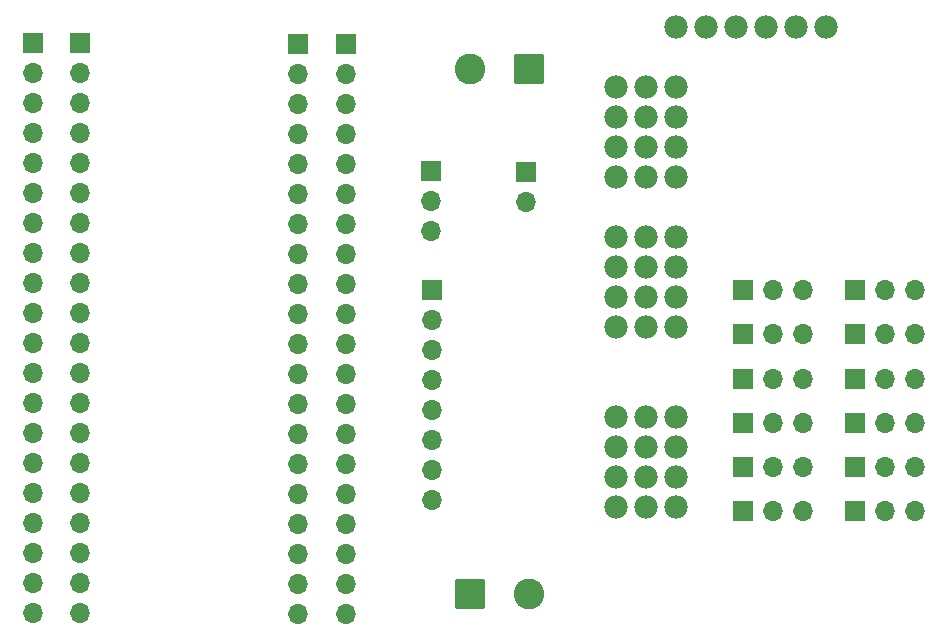
<source format=gbr>
%TF.GenerationSoftware,KiCad,Pcbnew,9.0.0*%
%TF.CreationDate,2025-03-26T16:24:43-04:00*%
%TF.ProjectId,spotmicro18_5mm,73706f74-6d69-4637-926f-31385f356d6d,rev?*%
%TF.SameCoordinates,Original*%
%TF.FileFunction,Soldermask,Top*%
%TF.FilePolarity,Negative*%
%FSLAX46Y46*%
G04 Gerber Fmt 4.6, Leading zero omitted, Abs format (unit mm)*
G04 Created by KiCad (PCBNEW 9.0.0) date 2025-03-26 16:24:43*
%MOMM*%
%LPD*%
G01*
G04 APERTURE LIST*
G04 Aperture macros list*
%AMRoundRect*
0 Rectangle with rounded corners*
0 $1 Rounding radius*
0 $2 $3 $4 $5 $6 $7 $8 $9 X,Y pos of 4 corners*
0 Add a 4 corners polygon primitive as box body*
4,1,4,$2,$3,$4,$5,$6,$7,$8,$9,$2,$3,0*
0 Add four circle primitives for the rounded corners*
1,1,$1+$1,$2,$3*
1,1,$1+$1,$4,$5*
1,1,$1+$1,$6,$7*
1,1,$1+$1,$8,$9*
0 Add four rect primitives between the rounded corners*
20,1,$1+$1,$2,$3,$4,$5,0*
20,1,$1+$1,$4,$5,$6,$7,0*
20,1,$1+$1,$6,$7,$8,$9,0*
20,1,$1+$1,$8,$9,$2,$3,0*%
G04 Aperture macros list end*
%ADD10R,1.700000X1.700000*%
%ADD11O,1.700000X1.700000*%
%ADD12RoundRect,0.250000X1.050000X1.050000X-1.050000X1.050000X-1.050000X-1.050000X1.050000X-1.050000X0*%
%ADD13C,2.600000*%
%ADD14RoundRect,0.250000X-1.050000X-1.050000X1.050000X-1.050000X1.050000X1.050000X-1.050000X1.050000X0*%
%ADD15C,1.982000*%
G04 APERTURE END LIST*
D10*
%TO.C,J9*%
X146170000Y-88000000D03*
D11*
X148710000Y-88000000D03*
X151250000Y-88000000D03*
%TD*%
D10*
%TO.C,J14*%
X90000000Y-63360000D03*
D11*
X90000000Y-65900000D03*
X90000000Y-68440000D03*
X90000000Y-70980000D03*
X90000000Y-73520000D03*
X90000000Y-76060000D03*
X90000000Y-78600000D03*
X90000000Y-81140000D03*
X90000000Y-83680000D03*
X90000000Y-86220000D03*
X90000000Y-88760000D03*
X90000000Y-91300000D03*
X90000000Y-93840000D03*
X90000000Y-96380000D03*
X90000000Y-98920000D03*
X90000000Y-101460000D03*
X90000000Y-104000000D03*
X90000000Y-106540000D03*
X90000000Y-109080000D03*
X90000000Y-111620000D03*
%TD*%
D10*
%TO.C,J6*%
X155670000Y-99250000D03*
D11*
X158210000Y-99250000D03*
X160750000Y-99250000D03*
%TD*%
D10*
%TO.C,J18*%
X127750000Y-74250000D03*
D11*
X127750000Y-76790000D03*
%TD*%
D12*
%TO.C,J21*%
X127993453Y-65577500D03*
D13*
X122993453Y-65577500D03*
%TD*%
D10*
%TO.C,J4*%
X155670000Y-91750000D03*
D11*
X158210000Y-91750000D03*
X160750000Y-91750000D03*
%TD*%
D10*
%TO.C,J17*%
X112500000Y-63400000D03*
D11*
X112500000Y-65940000D03*
X112500000Y-68480000D03*
X112500000Y-71020000D03*
X112500000Y-73560000D03*
X112500000Y-76100000D03*
X112500000Y-78640000D03*
X112500000Y-81180000D03*
X112500000Y-83720000D03*
X112500000Y-86260000D03*
X112500000Y-88800000D03*
X112500000Y-91340000D03*
X112500000Y-93880000D03*
X112500000Y-96420000D03*
X112500000Y-98960000D03*
X112500000Y-101500000D03*
X112500000Y-104040000D03*
X112500000Y-106580000D03*
X112500000Y-109120000D03*
X112500000Y-111660000D03*
%TD*%
D10*
%TO.C,J13*%
X146170000Y-103000000D03*
D11*
X148710000Y-103000000D03*
X151250000Y-103000000D03*
%TD*%
D10*
%TO.C,J3*%
X155670000Y-88000000D03*
D11*
X158210000Y-88000000D03*
X160750000Y-88000000D03*
%TD*%
D10*
%TO.C,J15*%
X108500000Y-63400000D03*
D11*
X108500000Y-65940000D03*
X108500000Y-68480000D03*
X108500000Y-71020000D03*
X108500000Y-73560000D03*
X108500000Y-76100000D03*
X108500000Y-78640000D03*
X108500000Y-81180000D03*
X108500000Y-83720000D03*
X108500000Y-86260000D03*
X108500000Y-88800000D03*
X108500000Y-91340000D03*
X108500000Y-93880000D03*
X108500000Y-96420000D03*
X108500000Y-98960000D03*
X108500000Y-101500000D03*
X108500000Y-104040000D03*
X108500000Y-106580000D03*
X108500000Y-109120000D03*
X108500000Y-111660000D03*
%TD*%
D10*
%TO.C,J11*%
X146170000Y-95500000D03*
D11*
X148710000Y-95500000D03*
X151250000Y-95500000D03*
%TD*%
D14*
%TO.C,J1*%
X123000000Y-110000000D03*
D13*
X128000000Y-110000000D03*
%TD*%
D10*
%TO.C,J16*%
X86000000Y-63360000D03*
D11*
X86000000Y-65900000D03*
X86000000Y-68440000D03*
X86000000Y-70980000D03*
X86000000Y-73520000D03*
X86000000Y-76060000D03*
X86000000Y-78600000D03*
X86000000Y-81140000D03*
X86000000Y-83680000D03*
X86000000Y-86220000D03*
X86000000Y-88760000D03*
X86000000Y-91300000D03*
X86000000Y-93840000D03*
X86000000Y-96380000D03*
X86000000Y-98920000D03*
X86000000Y-101460000D03*
X86000000Y-104000000D03*
X86000000Y-106540000D03*
X86000000Y-109080000D03*
X86000000Y-111620000D03*
%TD*%
D10*
%TO.C,J8*%
X146170000Y-84250000D03*
D11*
X148710000Y-84250000D03*
X151250000Y-84250000D03*
%TD*%
D10*
%TO.C,J5*%
X155670000Y-95500000D03*
D11*
X158210000Y-95500000D03*
X160750000Y-95500000D03*
%TD*%
D10*
%TO.C,J10*%
X146170000Y-91750000D03*
D11*
X148710000Y-91750000D03*
X151250000Y-91750000D03*
%TD*%
D10*
%TO.C,J20*%
X119800000Y-84260000D03*
D11*
X119800000Y-86800000D03*
X119800000Y-89340000D03*
X119800000Y-91880000D03*
X119800000Y-94420000D03*
X119800000Y-96960000D03*
X119800000Y-99500000D03*
X119800000Y-102040000D03*
%TD*%
D10*
%TO.C,J12*%
X146170000Y-99250000D03*
D11*
X148710000Y-99250000D03*
X151250000Y-99250000D03*
%TD*%
D10*
%TO.C,J19*%
X119750000Y-74210000D03*
D11*
X119750000Y-76750000D03*
X119750000Y-79290000D03*
%TD*%
D10*
%TO.C,J7*%
X155670000Y-103000000D03*
D11*
X158210000Y-103000000D03*
X160750000Y-103000000D03*
%TD*%
D15*
%TO.C,U2*%
X140440000Y-67050000D03*
X140440000Y-69590000D03*
X140440000Y-72130000D03*
X140440000Y-74670000D03*
X140440000Y-79750000D03*
X140440000Y-82290000D03*
X140440000Y-84830000D03*
X140440000Y-87370000D03*
X140440000Y-94990000D03*
X140440000Y-97530000D03*
X140440000Y-100070000D03*
X140440000Y-102610000D03*
X153140000Y-61970000D03*
X135360000Y-67050000D03*
X135360000Y-69590000D03*
X135360000Y-72130000D03*
X135360000Y-74670000D03*
X135360000Y-79750000D03*
X135360000Y-82290000D03*
X135360000Y-84830000D03*
X135360000Y-87370000D03*
X135360000Y-94990000D03*
X135360000Y-97530000D03*
X135360000Y-100070000D03*
X135360000Y-102610000D03*
X150600000Y-61970000D03*
X148060000Y-61970000D03*
X145520000Y-61970000D03*
X140440000Y-61970000D03*
X137900000Y-67050000D03*
X137900000Y-69590000D03*
X137900000Y-72130000D03*
X137900000Y-74670000D03*
X137900000Y-79750000D03*
X137900000Y-82290000D03*
X137900000Y-84830000D03*
X137900000Y-87370000D03*
X137900000Y-94990000D03*
X137900000Y-97530000D03*
X137900000Y-100070000D03*
X137900000Y-102610000D03*
X142980000Y-61970000D03*
%TD*%
D10*
%TO.C,J2*%
X155670000Y-84250000D03*
D11*
X158210000Y-84250000D03*
X160750000Y-84250000D03*
%TD*%
M02*

</source>
